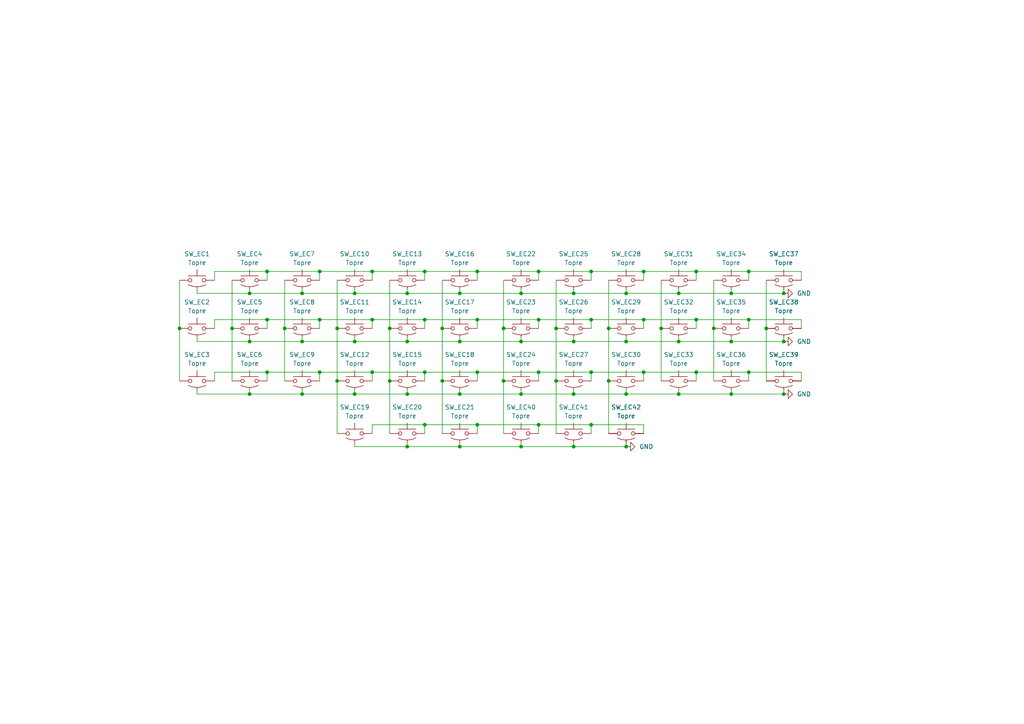
<source format=kicad_sch>
(kicad_sch (version 20231120) (generator "eeschema") (generator_version "8.0")
  (paper "A4")
  (lib_symbols
    (symbol "cipulot_parts:Topre" (pin_numbers hide) (pin_names (offset 1.016) hide)
      (property "Reference" "SW_EC" (at -3.175 6.858 0))
      (property "Value" "Topre" (at -0.127 4.572 0))
      (symbol "Topre_0_1"
        (arc (start -2.54 -1.27) (mid 0 -1.8696) (end 2.54 -1.27))
        (circle (center -2.032 0) (radius 0.508))
        (polyline (pts (xy 0 1.27) (xy 0 3.048)))
        (polyline (pts (xy 2.54 1.27) (xy -2.54 1.27)))
        (circle (center 2.032 0) (radius 0.508))
        (pin input line (at -5.08 0 0) (length 2.54) (name "1") (number "1"))
        (pin output line (at 5.08 0 180) (length 2.54) (name "2") (number "2"))
      )
      (symbol "Topre_1_1"
        (pin power_in line (at 0 -2.54 90) (length 0.6096) (name "3") (number "3"))
      )
    )
    (symbol "power:GND" (power) (pin_numbers hide) (pin_names (offset 0) hide)
      (property "Value" "GND" (at 0 -3.81 0))
      (symbol "GND_0_1"
        (polyline (pts (xy 0 0) (xy 0 -1.27) (xy 1.27 -1.27) (xy 0 -2.54) (xy -1.27 -1.27) (xy 0 -1.27)))
      )
      (symbol "GND_1_1"
        (pin power_in line (at 0 0 270) (length 0) (name "~") (number "1"))
      )
    )
  )
  (junction (at 107.95 107.95))
  (junction (at 191.77 95.25))
  (junction (at 196.85 85.09))
  (junction (at 97.79 110.49))
  (junction (at 138.43 78.74))
  (junction (at 146.05 95.25))
  (junction (at 217.17 92.71))
  (junction (at 72.39 85.09))
  (junction (at 201.93 78.74))
  (junction (at 171.45 123.19))
  (junction (at 123.19 78.74))
  (junction (at 146.05 110.49))
  (junction (at 227.33 85.09))
  (junction (at 166.37 99.06))
  (junction (at 176.53 95.25))
  (junction (at 151.13 129.54))
  (junction (at 107.95 92.71))
  (junction (at 113.03 110.49))
  (junction (at 118.11 99.06))
  (junction (at 87.63 99.06))
  (junction (at 212.09 114.3))
  (junction (at 217.17 107.95))
  (junction (at 151.13 99.06))
  (junction (at 217.17 78.74))
  (junction (at 171.45 78.74))
  (junction (at 201.93 92.71))
  (junction (at 138.43 107.95))
  (junction (at 128.27 110.49))
  (junction (at 156.21 78.74))
  (junction (at 123.19 107.95))
  (junction (at 161.29 110.49))
  (junction (at 118.11 114.3))
  (junction (at 151.13 85.09))
  (junction (at 196.85 114.3))
  (junction (at 52.07 95.25))
  (junction (at 77.47 92.71))
  (junction (at 227.33 114.3))
  (junction (at 123.19 92.71))
  (junction (at 87.63 85.09))
  (junction (at 156.21 107.95))
  (junction (at 181.61 85.09))
  (junction (at 207.01 95.25))
  (junction (at 201.93 107.95))
  (junction (at 196.85 99.06))
  (junction (at 181.61 99.06))
  (junction (at 156.21 123.19))
  (junction (at 77.47 78.74))
  (junction (at 92.71 78.74))
  (junction (at 102.87 85.09))
  (junction (at 166.37 114.3))
  (junction (at 186.69 107.95))
  (junction (at 171.45 92.71))
  (junction (at 97.79 95.25))
  (junction (at 92.71 107.95))
  (junction (at 186.69 78.74))
  (junction (at 176.53 110.49))
  (junction (at 171.45 107.95))
  (junction (at 118.11 85.09))
  (junction (at 212.09 99.06))
  (junction (at 72.39 99.06))
  (junction (at 133.35 129.54))
  (junction (at 128.27 95.25))
  (junction (at 156.21 92.71))
  (junction (at 87.63 114.3))
  (junction (at 227.33 99.06))
  (junction (at 151.13 114.3))
  (junction (at 118.11 129.54))
  (junction (at 166.37 85.09))
  (junction (at 67.31 95.25))
  (junction (at 113.03 95.25))
  (junction (at 138.43 123.19))
  (junction (at 133.35 85.09))
  (junction (at 161.29 95.25))
  (junction (at 212.09 85.09))
  (junction (at 92.71 92.71))
  (junction (at 107.95 78.74))
  (junction (at 138.43 92.71))
  (junction (at 166.37 129.54))
  (junction (at 133.35 99.06))
  (junction (at 181.61 114.3))
  (junction (at 102.87 114.3))
  (junction (at 222.25 95.25))
  (junction (at 133.35 114.3))
  (junction (at 123.19 123.19))
  (junction (at 186.69 92.71))
  (junction (at 82.55 95.25))
  (junction (at 77.47 107.95))
  (junction (at 181.61 129.54))
  (junction (at 102.87 99.06))
  (junction (at 72.39 114.3))
  (wire (pts (xy 171.45 78.74) (xy 186.69 78.74)))
  (wire (pts (xy 92.71 107.95) (xy 107.95 107.95)))
  (wire (pts (xy 102.87 85.09) (xy 118.11 85.09)))
  (wire (pts (xy 212.09 97.79) (xy 212.09 99.06)))
  (wire (pts (xy 62.23 107.95) (xy 77.47 107.95)))
  (wire (pts (xy 156.21 78.74) (xy 171.45 78.74)))
  (wire (pts (xy 123.19 92.71) (xy 123.19 95.25)))
  (wire (pts (xy 166.37 129.54) (xy 151.13 129.54)))
  (wire (pts (xy 118.11 114.3) (xy 133.35 114.3)))
  (wire (pts (xy 77.47 107.95) (xy 92.71 107.95)))
  (wire (pts (xy 107.95 125.73) (xy 107.95 123.19)))
  (wire (pts (xy 107.95 107.95) (xy 107.95 110.49)))
  (wire (pts (xy 118.11 99.06) (xy 133.35 99.06)))
  (wire (pts (xy 166.37 83.82) (xy 166.37 85.09)))
  (wire (pts (xy 196.85 97.79) (xy 196.85 99.06)))
  (wire (pts (xy 92.71 92.71) (xy 107.95 92.71)))
  (wire (pts (xy 118.11 128.27) (xy 118.11 129.54)))
  (wire (pts (xy 212.09 83.82) (xy 212.09 85.09)))
  (wire (pts (xy 133.35 129.54) (xy 118.11 129.54)))
  (wire (pts (xy 77.47 92.71) (xy 92.71 92.71)))
  (wire (pts (xy 92.71 78.74) (xy 92.71 81.28)))
  (wire (pts (xy 166.37 113.03) (xy 166.37 114.3)))
  (wire (pts (xy 201.93 78.74) (xy 217.17 78.74)))
  (wire (pts (xy 97.79 110.49) (xy 97.79 125.73)))
  (wire (pts (xy 181.61 114.3) (xy 196.85 114.3)))
  (wire (pts (xy 77.47 92.71) (xy 77.47 95.25)))
  (wire (pts (xy 123.19 78.74) (xy 123.19 81.28)))
  (wire (pts (xy 87.63 114.3) (xy 102.87 114.3)))
  (wire (pts (xy 72.39 85.09) (xy 87.63 85.09)))
  (wire (pts (xy 151.13 99.06) (xy 166.37 99.06)))
  (wire (pts (xy 196.85 99.06) (xy 212.09 99.06)))
  (wire (pts (xy 201.93 92.71) (xy 201.93 95.25)))
  (wire (pts (xy 201.93 78.74) (xy 201.93 81.28)))
  (wire (pts (xy 107.95 107.95) (xy 123.19 107.95)))
  (wire (pts (xy 57.15 114.3) (xy 72.39 114.3)))
  (wire (pts (xy 186.69 107.95) (xy 186.69 110.49)))
  (wire (pts (xy 102.87 83.82) (xy 102.87 85.09)))
  (wire (pts (xy 181.61 97.79) (xy 181.61 99.06)))
  (wire (pts (xy 87.63 83.82) (xy 87.63 85.09)))
  (wire (pts (xy 212.09 113.03) (xy 212.09 114.3)))
  (wire (pts (xy 212.09 85.09) (xy 227.33 85.09)))
  (wire (pts (xy 72.39 99.06) (xy 87.63 99.06)))
  (wire (pts (xy 52.07 95.25) (xy 52.07 110.49)))
  (wire (pts (xy 57.15 85.09) (xy 72.39 85.09)))
  (wire (pts (xy 156.21 92.71) (xy 171.45 92.71)))
  (wire (pts (xy 62.23 95.25) (xy 62.23 92.71)))
  (wire (pts (xy 176.53 81.28) (xy 176.53 95.25)))
  (wire (pts (xy 156.21 92.71) (xy 156.21 95.25)))
  (wire (pts (xy 156.21 123.19) (xy 156.21 125.73)))
  (wire (pts (xy 156.21 123.19) (xy 171.45 123.19)))
  (wire (pts (xy 133.35 99.06) (xy 151.13 99.06)))
  (wire (pts (xy 146.05 95.25) (xy 146.05 110.49)))
  (wire (pts (xy 82.55 81.28) (xy 82.55 95.25)))
  (wire (pts (xy 176.53 110.49) (xy 176.53 125.73)))
  (wire (pts (xy 52.07 81.28) (xy 52.07 95.25)))
  (wire (pts (xy 72.39 113.03) (xy 72.39 114.3)))
  (wire (pts (xy 92.71 92.71) (xy 92.71 95.25)))
  (wire (pts (xy 118.11 129.54) (xy 102.87 129.54)))
  (wire (pts (xy 138.43 92.71) (xy 138.43 95.25)))
  (wire (pts (xy 181.61 85.09) (xy 196.85 85.09)))
  (wire (pts (xy 62.23 92.71) (xy 77.47 92.71)))
  (wire (pts (xy 113.03 110.49) (xy 113.03 125.73)))
  (wire (pts (xy 212.09 114.3) (xy 227.33 114.3)))
  (wire (pts (xy 217.17 78.74) (xy 232.41 78.74)))
  (wire (pts (xy 217.17 107.95) (xy 232.41 107.95)))
  (wire (pts (xy 201.93 92.71) (xy 217.17 92.71)))
  (wire (pts (xy 161.29 110.49) (xy 161.29 125.73)))
  (wire (pts (xy 82.55 95.25) (xy 82.55 110.49)))
  (wire (pts (xy 102.87 97.79) (xy 102.87 99.06)))
  (wire (pts (xy 118.11 85.09) (xy 133.35 85.09)))
  (wire (pts (xy 186.69 107.95) (xy 201.93 107.95)))
  (wire (pts (xy 186.69 78.74) (xy 201.93 78.74)))
  (wire (pts (xy 138.43 107.95) (xy 138.43 110.49)))
  (wire (pts (xy 171.45 123.19) (xy 171.45 125.73)))
  (wire (pts (xy 123.19 78.74) (xy 138.43 78.74)))
  (wire (pts (xy 113.03 81.28) (xy 113.03 95.25)))
  (wire (pts (xy 87.63 85.09) (xy 102.87 85.09)))
  (wire (pts (xy 232.41 107.95) (xy 232.41 110.49)))
  (wire (pts (xy 133.35 114.3) (xy 151.13 114.3)))
  (wire (pts (xy 133.35 83.82) (xy 133.35 85.09)))
  (wire (pts (xy 67.31 95.25) (xy 67.31 110.49)))
  (wire (pts (xy 146.05 81.28) (xy 146.05 95.25)))
  (wire (pts (xy 77.47 78.74) (xy 92.71 78.74)))
  (wire (pts (xy 133.35 97.79) (xy 133.35 99.06)))
  (wire (pts (xy 87.63 113.03) (xy 87.63 114.3)))
  (wire (pts (xy 57.15 99.06) (xy 72.39 99.06)))
  (wire (pts (xy 222.25 95.25) (xy 222.25 110.49)))
  (wire (pts (xy 217.17 107.95) (xy 217.17 110.49)))
  (wire (pts (xy 72.39 83.82) (xy 72.39 85.09)))
  (wire (pts (xy 151.13 113.03) (xy 151.13 114.3)))
  (wire (pts (xy 138.43 92.71) (xy 156.21 92.71)))
  (wire (pts (xy 227.33 113.03) (xy 227.33 114.3)))
  (wire (pts (xy 151.13 85.09) (xy 166.37 85.09)))
  (wire (pts (xy 207.01 95.25) (xy 207.01 110.49)))
  (wire (pts (xy 138.43 123.19) (xy 138.43 125.73)))
  (wire (pts (xy 227.33 83.82) (xy 227.33 85.09)))
  (wire (pts (xy 196.85 85.09) (xy 212.09 85.09)))
  (wire (pts (xy 161.29 81.28) (xy 161.29 95.25)))
  (wire (pts (xy 166.37 97.79) (xy 166.37 99.06)))
  (wire (pts (xy 232.41 92.71) (xy 232.41 95.25)))
  (wire (pts (xy 133.35 113.03) (xy 133.35 114.3)))
  (wire (pts (xy 181.61 83.82) (xy 181.61 85.09)))
  (wire (pts (xy 171.45 123.19) (xy 186.69 123.19)))
  (wire (pts (xy 118.11 113.03) (xy 118.11 114.3)))
  (wire (pts (xy 62.23 110.49) (xy 62.23 107.95)))
  (wire (pts (xy 102.87 113.03) (xy 102.87 114.3)))
  (wire (pts (xy 77.47 107.95) (xy 77.47 110.49)))
  (wire (pts (xy 138.43 123.19) (xy 156.21 123.19)))
  (wire (pts (xy 161.29 95.25) (xy 161.29 110.49)))
  (wire (pts (xy 181.61 99.06) (xy 196.85 99.06)))
  (wire (pts (xy 151.13 97.79) (xy 151.13 99.06)))
  (wire (pts (xy 92.71 107.95) (xy 92.71 110.49)))
  (wire (pts (xy 138.43 107.95) (xy 156.21 107.95)))
  (wire (pts (xy 57.15 83.82) (xy 57.15 85.09)))
  (wire (pts (xy 171.45 92.71) (xy 171.45 95.25)))
  (wire (pts (xy 217.17 92.71) (xy 217.17 95.25)))
  (wire (pts (xy 151.13 83.82) (xy 151.13 85.09)))
  (wire (pts (xy 102.87 129.54) (xy 102.87 128.27)))
  (wire (pts (xy 166.37 85.09) (xy 181.61 85.09)))
  (wire (pts (xy 191.77 81.28) (xy 191.77 95.25)))
  (wire (pts (xy 123.19 107.95) (xy 138.43 107.95)))
  (wire (pts (xy 77.47 78.74) (xy 77.47 81.28)))
  (wire (pts (xy 151.13 129.54) (xy 133.35 129.54)))
  (wire (pts (xy 62.23 81.28) (xy 62.23 78.74)))
  (wire (pts (xy 67.31 81.28) (xy 67.31 95.25)))
  (wire (pts (xy 196.85 113.03) (xy 196.85 114.3)))
  (wire (pts (xy 87.63 99.06) (xy 102.87 99.06)))
  (wire (pts (xy 217.17 92.71) (xy 232.41 92.71)))
  (wire (pts (xy 97.79 95.25) (xy 97.79 110.49)))
  (wire (pts (xy 72.39 114.3) (xy 87.63 114.3)))
  (wire (pts (xy 201.93 107.95) (xy 217.17 107.95)))
  (wire (pts (xy 133.35 128.27) (xy 133.35 129.54)))
  (wire (pts (xy 138.43 78.74) (xy 156.21 78.74)))
  (wire (pts (xy 201.93 107.95) (xy 201.93 110.49)))
  (wire (pts (xy 123.19 123.19) (xy 138.43 123.19)))
  (wire (pts (xy 107.95 78.74) (xy 107.95 81.28)))
  (wire (pts (xy 212.09 99.06) (xy 227.33 99.06)))
  (wire (pts (xy 171.45 78.74) (xy 171.45 81.28)))
  (wire (pts (xy 156.21 107.95) (xy 171.45 107.95)))
  (wire (pts (xy 232.41 78.74) (xy 232.41 81.28)))
  (wire (pts (xy 227.33 97.79) (xy 227.33 99.06)))
  (wire (pts (xy 128.27 81.28) (xy 128.27 95.25)))
  (wire (pts (xy 102.87 99.06) (xy 118.11 99.06)))
  (wire (pts (xy 87.63 97.79) (xy 87.63 99.06)))
  (wire (pts (xy 176.53 95.25) (xy 176.53 110.49)))
  (wire (pts (xy 186.69 92.71) (xy 201.93 92.71)))
  (wire (pts (xy 151.13 128.27) (xy 151.13 129.54)))
  (wire (pts (xy 123.19 92.71) (xy 138.43 92.71)))
  (wire (pts (xy 181.61 113.03) (xy 181.61 114.3)))
  (wire (pts (xy 107.95 78.74) (xy 123.19 78.74)))
  (wire (pts (xy 102.87 114.3) (xy 118.11 114.3)))
  (wire (pts (xy 57.15 97.79) (xy 57.15 99.06)))
  (wire (pts (xy 196.85 83.82) (xy 196.85 85.09)))
  (wire (pts (xy 62.23 78.74) (xy 77.47 78.74)))
  (wire (pts (xy 191.77 95.25) (xy 191.77 110.49)))
  (wire (pts (xy 72.39 97.79) (xy 72.39 99.06)))
  (wire (pts (xy 186.69 78.74) (xy 186.69 81.28)))
  (wire (pts (xy 181.61 128.27) (xy 181.61 129.54)))
  (wire (pts (xy 207.01 81.28) (xy 207.01 95.25)))
  (wire (pts (xy 217.17 78.74) (xy 217.17 81.28)))
  (wire (pts (xy 156.21 78.74) (xy 156.21 81.28)))
  (wire (pts (xy 107.95 92.71) (xy 107.95 95.25)))
  (wire (pts (xy 128.27 95.25) (xy 128.27 110.49)))
  (wire (pts (xy 107.95 92.71) (xy 123.19 92.71)))
  (wire (pts (xy 196.85 114.3) (xy 212.09 114.3)))
  (wire (pts (xy 123.19 123.19) (xy 123.19 125.73)))
  (wire (pts (xy 222.25 81.28) (xy 222.25 95.25)))
  (wire (pts (xy 123.19 107.95) (xy 123.19 110.49)))
  (wire (pts (xy 166.37 114.3) (xy 181.61 114.3)))
  (wire (pts (xy 118.11 83.82) (xy 118.11 85.09)))
  (wire (pts (xy 92.71 78.74) (xy 107.95 78.74)))
  (wire (pts (xy 138.43 78.74) (xy 138.43 81.28)))
  (wire (pts (xy 181.61 129.54) (xy 166.37 129.54)))
  (wire (pts (xy 128.27 110.49) (xy 128.27 125.73)))
  (wire (pts (xy 97.79 81.28) (xy 97.79 95.25)))
  (wire (pts (xy 186.69 123.19) (xy 186.69 125.73)))
  (wire (pts (xy 171.45 107.95) (xy 186.69 107.95)))
  (wire (pts (xy 186.69 92.71) (xy 186.69 95.25)))
  (wire (pts (xy 133.35 85.09) (xy 151.13 85.09)))
  (wire (pts (xy 146.05 110.49) (xy 146.05 125.73)))
  (wire (pts (xy 166.37 128.27) (xy 166.37 129.54)))
  (wire (pts (xy 113.03 95.25) (xy 113.03 110.49)))
  (wire (pts (xy 151.13 114.3) (xy 166.37 114.3)))
  (wire (pts (xy 156.21 107.95) (xy 156.21 110.49)))
  (wire (pts (xy 171.45 107.95) (xy 171.45 110.49)))
  (wire (pts (xy 166.37 99.06) (xy 181.61 99.06)))
  (wire (pts (xy 107.95 123.19) (xy 123.19 123.19)))
  (wire (pts (xy 171.45 92.71) (xy 186.69 92.71)))
  (wire (pts (xy 57.15 113.03) (xy 57.15 114.3)))
  (wire (pts (xy 118.11 97.79) (xy 118.11 99.06)))
  (symbol (lib_id "cipulot_parts:Topre") (at 227.33 81.28 0) (mirror y) (unit 1)
    (property "Reference" "SW_EC37" (at 227.33 73.66 0))
    (property "Value" "Topre" (at 227.33 76.2 0))
    (property "Footprint" "footprints:Topre" (effects (hide yes)))
  )
  (symbol (lib_id "cipulot_parts:Topre") (at 72.39 95.25 0) (mirror y) (unit 1)
    (property "Reference" "SW_EC5" (at 72.39 87.63 0))
    (property "Value" "Topre" (at 72.39 90.17 0))
    (property "Footprint" "footprints:Topre" (effects (hide yes)))
  )
  (symbol (lib_id "cipulot_parts:Topre") (at 57.15 81.28 0) (mirror y) (unit 1)
    (property "Reference" "SW_EC1" (at 57.15 73.66 0))
    (property "Value" "Topre" (at 57.15 76.2 0))
    (property "Footprint" "footprints:Topre" (effects (hide yes)))
  )
  (symbol (lib_id "cipulot_parts:Topre") (at 166.37 125.73 0) (mirror y) (unit 1)
    (property "Reference" "SW_EC41" (at 166.37 118.11 0))
    (property "Value" "Topre" (at 166.37 120.65 0))
    (property "Footprint" "footprints:Topre" (effects (hide yes)))
  )
  (symbol (lib_id "cipulot_parts:Topre") (at 57.15 110.49 0) (mirror y) (unit 1)
    (property "Reference" "SW_EC3" (at 57.15 102.87 0))
    (property "Value" "Topre" (at 57.15 105.41 0))
    (property "Footprint" "footprints:Topre" (effects (hide yes)))
  )
  (symbol (lib_id "cipulot_parts:Topre") (at 133.35 125.73 0) (mirror y) (unit 1)
    (property "Reference" "SW_EC21" (at 133.35 118.11 0))
    (property "Value" "Topre" (at 133.35 120.65 0))
    (property "Footprint" "footprints:Topre" (effects (hide yes)))
  )
  (symbol (lib_id "cipulot_parts:Topre") (at 181.61 125.73 0) (mirror y) (unit 1)
    (property "Reference" "SW_EC42" (at 181.61 118.11 0))
    (property "Value" "Topre" (at 181.61 120.65 0))
    (property "Footprint" "footprints:Topre" (effects (hide yes)))
  )
  (symbol (lib_id "cipulot_parts:Topre") (at 212.09 110.49 0) (mirror y) (unit 1)
    (property "Reference" "SW_EC36" (at 212.09 102.87 0))
    (property "Value" "Topre" (at 212.09 105.41 0))
    (property "Footprint" "footprints:Topre" (effects (hide yes)))
  )
  (symbol (lib_id "cipulot_parts:Topre") (at 118.11 125.73 0) (mirror y) (unit 1)
    (property "Reference" "SW_EC20" (at 118.11 118.11 0))
    (property "Value" "Topre" (at 118.11 120.65 0))
    (property "Footprint" "footprints:Topre" (effects (hide yes)))
  )
  (symbol (lib_id "cipulot_parts:Topre") (at 227.33 95.25 0) (mirror y) (unit 1)
    (property "Reference" "SW_EC38" (at 227.33 87.63 0))
    (property "Value" "Topre" (at 227.33 90.17 0))
    (property "Footprint" "footprints:Topre" (effects (hide yes)))
  )
  (symbol (lib_id "cipulot_parts:Topre") (at 166.37 95.25 0) (mirror y) (unit 1)
    (property "Reference" "SW_EC26" (at 166.37 87.63 0))
    (property "Value" "Topre" (at 166.37 90.17 0))
    (property "Footprint" "footprints:Topre" (effects (hide yes)))
  )
  (symbol (lib_id "cipulot_parts:Topre") (at 102.87 95.25 0) (mirror y) (unit 1)
    (property "Reference" "SW_EC11" (at 102.87 87.63 0))
    (property "Value" "Topre" (at 102.87 90.17 0))
    (property "Footprint" "footprints:Topre" (effects (hide yes)))
  )
  (symbol (lib_id "cipulot_parts:Topre") (at 118.11 81.28 0) (mirror y) (unit 1)
    (property "Reference" "SW_EC13" (at 118.11 73.66 0))
    (property "Value" "Topre" (at 118.11 76.2 0))
    (property "Footprint" "footprints:Topre" (effects (hide yes)))
  )
  (symbol (lib_id "cipulot_parts:Topre") (at 212.09 81.28 0) (mirror y) (unit 1)
    (property "Reference" "SW_EC34" (at 212.09 73.66 0))
    (property "Value" "Topre" (at 212.09 76.2 0))
    (property "Footprint" "footprints:Topre" (effects (hide yes)))
  )
  (symbol (lib_id "cipulot_parts:Topre") (at 102.87 110.49 0) (mirror y) (unit 1)
    (property "Reference" "SW_EC12" (at 102.87 102.87 0))
    (property "Value" "Topre" (at 102.87 105.41 0))
    (property "Footprint" "footprints:Topre" (effects (hide yes)))
  )
  (symbol (lib_id "cipulot_parts:Topre") (at 196.85 95.25 0) (mirror y) (unit 1)
    (property "Reference" "SW_EC32" (at 196.85 87.63 0))
    (property "Value" "Topre" (at 196.85 90.17 0))
    (property "Footprint" "footprints:Topre" (effects (hide yes)))
  )
  (symbol (lib_id "power:GND") (at 227.33 85.09 90) (unit 1)
    (property "Reference" "#PWR02" (effects (hide yes)))
    (property "Value" "GND" (at 231.14 85.0899 90) (effects (justify right)))
    (property "Description" "Power symbol creates a global label with name \"GND\" , ground" (effects (hide yes)))
  )
  (symbol (lib_id "power:GND") (at 227.33 99.06 90) (unit 1)
    (property "Reference" "#PWR03" (effects (hide yes)))
    (property "Value" "GND" (at 231.14 99.0599 90) (effects (justify right)))
    (property "Description" "Power symbol creates a global label with name \"GND\" , ground" (effects (hide yes)))
  )
  (symbol (lib_id "cipulot_parts:Topre") (at 181.61 95.25 0) (mirror y) (unit 1)
    (property "Reference" "SW_EC29" (at 181.61 87.63 0))
    (property "Value" "Topre" (at 181.61 90.17 0))
    (property "Footprint" "footprints:Topre" (effects (hide yes)))
  )
  (symbol (lib_id "cipulot_parts:Topre") (at 227.33 110.49 0) (mirror y) (unit 1)
    (property "Reference" "SW_EC39" (at 227.33 102.87 0))
    (property "Value" "Topre" (at 227.33 105.41 0))
    (property "Footprint" "footprints:Topre" (effects (hide yes)))
  )
  (symbol (lib_id "cipulot_parts:Topre") (at 87.63 81.28 0) (mirror y) (unit 1)
    (property "Reference" "SW_EC7" (at 87.63 73.66 0))
    (property "Value" "Topre" (at 87.63 76.2 0))
    (property "Footprint" "footprints:Topre" (effects (hide yes)))
  )
  (symbol (lib_id "cipulot_parts:Topre") (at 166.37 81.28 0) (mirror y) (unit 1)
    (property "Reference" "SW_EC25" (at 166.37 73.66 0))
    (property "Value" "Topre" (at 166.37 76.2 0))
    (property "Footprint" "footprints:Topre" (effects (hide yes)))
  )
  (symbol (lib_id "cipulot_parts:Topre") (at 133.35 95.25 0) (mirror y) (unit 1)
    (property "Reference" "SW_EC17" (at 133.35 87.63 0))
    (property "Value" "Topre" (at 133.35 90.17 0))
    (property "Footprint" "footprints:Topre" (effects (hide yes)))
  )
  (symbol (lib_id "cipulot_parts:Topre") (at 196.85 81.28 0) (mirror y) (unit 1)
    (property "Reference" "SW_EC31" (at 196.85 73.66 0))
    (property "Value" "Topre" (at 196.85 76.2 0))
    (property "Footprint" "footprints:Topre" (effects (hide yes)))
  )
  (symbol (lib_id "cipulot_parts:Topre") (at 181.61 81.28 0) (mirror y) (unit 1)
    (property "Reference" "SW_EC28" (at 181.61 73.66 0))
    (property "Value" "Topre" (at 181.61 76.2 0))
    (property "Footprint" "footprints:Topre" (effects (hide yes)))
  )
  (symbol (lib_id "cipulot_parts:Topre") (at 102.87 81.28 0) (mirror y) (unit 1)
    (property "Reference" "SW_EC10" (at 102.87 73.66 0))
    (property "Value" "Topre" (at 102.87 76.2 0))
    (property "Footprint" "footprints:Topre" (effects (hide yes)))
  )
  (symbol (lib_id "cipulot_parts:Topre") (at 212.09 95.25 0) (mirror y) (unit 1)
    (property "Reference" "SW_EC35" (at 212.09 87.63 0))
    (property "Value" "Topre" (at 212.09 90.17 0))
    (property "Footprint" "footprints:Topre" (effects (hide yes)))
  )
  (symbol (lib_id "cipulot_parts:Topre") (at 133.35 81.28 0) (mirror y) (unit 1)
    (property "Reference" "SW_EC16" (at 133.35 73.66 0))
    (property "Value" "Topre" (at 133.35 76.2 0))
    (property "Footprint" "footprints:Topre" (effects (hide yes)))
  )
  (symbol (lib_id "cipulot_parts:Topre") (at 151.13 95.25 0) (mirror y) (unit 1)
    (property "Reference" "SW_EC23" (at 151.13 87.63 0))
    (property "Value" "Topre" (at 151.13 90.17 0))
    (property "Footprint" "footprints:Topre" (effects (hide yes)))
  )
  (symbol (lib_id "cipulot_parts:Topre") (at 102.87 125.73 0) (mirror y) (unit 1)
    (property "Reference" "SW_EC19" (at 102.87 118.11 0))
    (property "Value" "Topre" (at 102.87 120.65 0))
    (property "Footprint" "footprints:Topre" (effects (hide yes)))
  )
  (symbol (lib_id "power:GND") (at 181.61 129.54 90) (unit 1)
    (property "Reference" "#PWR01" (effects (hide yes)))
    (property "Value" "GND" (at 185.42 129.5399 90) (effects (justify right)))
    (property "Description" "Power symbol creates a global label with name \"GND\" , ground" (effects (hide yes)))
  )
  (symbol (lib_id "cipulot_parts:Topre") (at 151.13 81.28 0) (mirror y) (unit 1)
    (property "Reference" "SW_EC22" (at 151.13 73.66 0))
    (property "Value" "Topre" (at 151.13 76.2 0))
    (property "Footprint" "footprints:Topre" (effects (hide yes)))
  )
  (symbol (lib_id "cipulot_parts:Topre") (at 87.63 110.49 0) (mirror y) (unit 1)
    (property "Reference" "SW_EC9" (at 87.63 102.87 0))
    (property "Value" "Topre" (at 87.63 105.41 0))
    (property "Footprint" "footprints:Topre" (effects (hide yes)))
  )
  (symbol (lib_id "cipulot_parts:Topre") (at 57.15 95.25 0) (mirror y) (unit 1)
    (property "Reference" "SW_EC2" (at 57.15 87.63 0))
    (property "Value" "Topre" (at 57.15 90.17 0))
    (property "Footprint" "footprints:Topre" (effects (hide yes)))
  )
  (symbol (lib_id "cipulot_parts:Topre") (at 151.13 125.73 0) (mirror y) (unit 1)
    (property "Reference" "SW_EC40" (at 151.13 118.11 0))
    (property "Value" "Topre" (at 151.13 120.65 0))
    (property "Footprint" "footprints:Topre" (effects (hide yes)))
  )
  (symbol (lib_id "cipulot_parts:Topre") (at 72.39 81.28 0) (mirror y) (unit 1)
    (property "Reference" "SW_EC4" (at 72.39 73.66 0))
    (property "Value" "Topre" (at 72.39 76.2 0))
    (property "Footprint" "footprints:Topre" (effects (hide yes)))
  )
  (symbol (lib_id "cipulot_parts:Topre") (at 87.63 95.25 0) (mirror y) (unit 1)
    (property "Reference" "SW_EC8" (at 87.63 87.63 0))
    (property "Value" "Topre" (at 87.63 90.17 0))
    (property "Footprint" "footprints:Topre" (effects (hide yes)))
  )
  (symbol (lib_id "power:GND") (at 227.33 114.3 90) (unit 1)
    (property "Reference" "#PWR04" (effects (hide yes)))
    (property "Value" "GND" (at 231.14 114.2999 90) (effects (justify right)))
    (property "Description" "Power symbol creates a global label with name \"GND\" , ground" (effects (hide yes)))
  )
  (symbol (lib_id "cipulot_parts:Topre") (at 118.11 95.25 0) (mirror y) (unit 1)
    (property "Reference" "SW_EC14" (at 118.11 87.63 0))
    (property "Value" "Topre" (at 118.11 90.17 0))
    (property "Footprint" "footprints:Topre" (effects (hide yes)))
  )
  (symbol (lib_id "cipulot_parts:Topre") (at 133.35 110.49 0) (mirror y) (unit 1)
    (property "Reference" "SW_EC18" (at 133.35 102.87 0))
    (property "Value" "Topre" (at 133.35 105.41 0))
    (property "Footprint" "footprints:Topre" (effects (hide yes)))
  )
  (symbol (lib_id "cipulot_parts:Topre") (at 166.37 110.49 0) (mirror y) (unit 1)
    (property "Reference" "SW_EC27" (at 166.37 102.87 0))
    (property "Value" "Topre" (at 166.37 105.41 0))
    (property "Footprint" "footprints:Topre" (effects (hide yes)))
  )
  (symbol (lib_id "cipulot_parts:Topre") (at 118.11 110.49 0) (mirror y) (unit 1)
    (property "Reference" "SW_EC15" (at 118.11 102.87 0))
    (property "Value" "Topre" (at 118.11 105.41 0))
    (property "Footprint" "footprints:Topre" (effects (hide yes)))
  )
  (symbol (lib_id "cipulot_parts:Topre") (at 196.85 110.49 0) (mirror y) (unit 1)
    (property "Reference" "SW_EC33" (at 196.85 102.87 0))
    (property "Value" "Topre" (at 196.85 105.41 0))
    (property "Footprint" "footprints:Topre" (effects (hide yes)))
  )
  (symbol (lib_id "cipulot_parts:Topre") (at 181.61 110.49 0) (mirror y) (unit 1)
    (property "Reference" "SW_EC30" (at 181.61 102.87 0))
    (property "Value" "Topre" (at 181.61 105.41 0))
    (property "Footprint" "footprints:Topre" (effects (hide yes)))
  )
  (symbol (lib_id "cipulot_parts:Topre") (at 72.39 110.49 0) (mirror y) (unit 1)
    (property "Reference" "SW_EC6" (at 72.39 102.87 0))
    (property "Value" "Topre" (at 72.39 105.41 0))
    (property "Footprint" "footprints:Topre" (effects (hide yes)))
  )
  (symbol (lib_id "cipulot_parts:Topre") (at 151.13 110.49 0) (mirror y) (unit 1)
    (property "Reference" "SW_EC24" (at 151.13 102.87 0))
    (property "Value" "Topre" (at 151.13 105.41 0))
    (property "Footprint" "footprints:Topre" (effects (hide yes)))
  )
)
</source>
